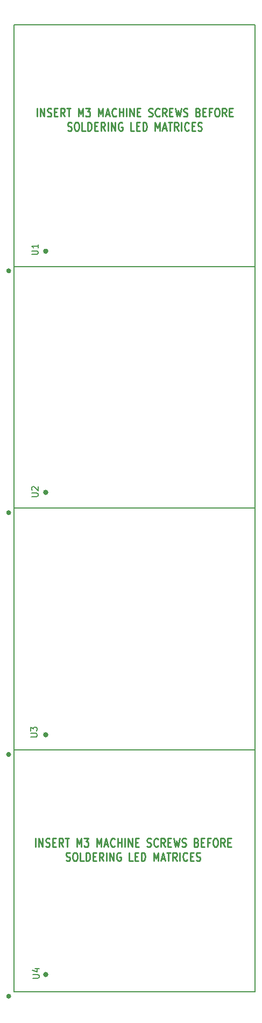
<source format=gto>
G04 #@! TF.GenerationSoftware,KiCad,Pcbnew,(5.0.0-rc2-35-gda6600525)*
G04 #@! TF.CreationDate,2018-07-07T16:30:24-07:00*
G04 #@! TF.ProjectId,ht1632c-evaluation,687431363332632D6576616C75617469,rev?*
G04 #@! TF.SameCoordinates,Original*
G04 #@! TF.FileFunction,Legend,Top*
G04 #@! TF.FilePolarity,Positive*
%FSLAX46Y46*%
G04 Gerber Fmt 4.6, Leading zero omitted, Abs format (unit mm)*
G04 Created by KiCad (PCBNEW (5.0.0-rc2-35-gda6600525)) date 07/07/18 16:30:24*
%MOMM*%
%LPD*%
G01*
G04 APERTURE LIST*
%ADD10C,0.400000*%
%ADD11C,0.275000*%
%ADD12C,0.150000*%
G04 APERTURE END LIST*
D10*
X50200000Y-172200000D02*
G75*
G03X50200000Y-172200000I-200000J0D01*
G01*
X50200000Y-134500000D02*
G75*
G03X50200000Y-134500000I-200000J0D01*
G01*
X50200000Y-96400000D02*
G75*
G03X50200000Y-96400000I-200000J0D01*
G01*
X50200000Y-58500000D02*
G75*
G03X50200000Y-58500000I-200000J0D01*
G01*
D11*
X48636190Y-37335595D02*
X48636190Y-36035595D01*
X49160000Y-37335595D02*
X49160000Y-36035595D01*
X49788571Y-37335595D01*
X49788571Y-36035595D01*
X50260000Y-37273690D02*
X50417142Y-37335595D01*
X50679047Y-37335595D01*
X50783809Y-37273690D01*
X50836190Y-37211785D01*
X50888571Y-37087976D01*
X50888571Y-36964166D01*
X50836190Y-36840357D01*
X50783809Y-36778452D01*
X50679047Y-36716547D01*
X50469523Y-36654642D01*
X50364761Y-36592738D01*
X50312380Y-36530833D01*
X50260000Y-36407023D01*
X50260000Y-36283214D01*
X50312380Y-36159404D01*
X50364761Y-36097500D01*
X50469523Y-36035595D01*
X50731428Y-36035595D01*
X50888571Y-36097500D01*
X51360000Y-36654642D02*
X51726666Y-36654642D01*
X51883809Y-37335595D02*
X51360000Y-37335595D01*
X51360000Y-36035595D01*
X51883809Y-36035595D01*
X52983809Y-37335595D02*
X52617142Y-36716547D01*
X52355238Y-37335595D02*
X52355238Y-36035595D01*
X52774285Y-36035595D01*
X52879047Y-36097500D01*
X52931428Y-36159404D01*
X52983809Y-36283214D01*
X52983809Y-36468928D01*
X52931428Y-36592738D01*
X52879047Y-36654642D01*
X52774285Y-36716547D01*
X52355238Y-36716547D01*
X53298095Y-36035595D02*
X53926666Y-36035595D01*
X53612380Y-37335595D02*
X53612380Y-36035595D01*
X55131428Y-37335595D02*
X55131428Y-36035595D01*
X55498095Y-36964166D01*
X55864761Y-36035595D01*
X55864761Y-37335595D01*
X56283809Y-36035595D02*
X56964761Y-36035595D01*
X56598095Y-36530833D01*
X56755238Y-36530833D01*
X56860000Y-36592738D01*
X56912380Y-36654642D01*
X56964761Y-36778452D01*
X56964761Y-37087976D01*
X56912380Y-37211785D01*
X56860000Y-37273690D01*
X56755238Y-37335595D01*
X56440952Y-37335595D01*
X56336190Y-37273690D01*
X56283809Y-37211785D01*
X58274285Y-37335595D02*
X58274285Y-36035595D01*
X58640952Y-36964166D01*
X59007619Y-36035595D01*
X59007619Y-37335595D01*
X59479047Y-36964166D02*
X60002857Y-36964166D01*
X59374285Y-37335595D02*
X59740952Y-36035595D01*
X60107619Y-37335595D01*
X61102857Y-37211785D02*
X61050476Y-37273690D01*
X60893333Y-37335595D01*
X60788571Y-37335595D01*
X60631428Y-37273690D01*
X60526666Y-37149880D01*
X60474285Y-37026071D01*
X60421904Y-36778452D01*
X60421904Y-36592738D01*
X60474285Y-36345119D01*
X60526666Y-36221309D01*
X60631428Y-36097500D01*
X60788571Y-36035595D01*
X60893333Y-36035595D01*
X61050476Y-36097500D01*
X61102857Y-36159404D01*
X61574285Y-37335595D02*
X61574285Y-36035595D01*
X61574285Y-36654642D02*
X62202857Y-36654642D01*
X62202857Y-37335595D02*
X62202857Y-36035595D01*
X62726666Y-37335595D02*
X62726666Y-36035595D01*
X63250476Y-37335595D02*
X63250476Y-36035595D01*
X63879047Y-37335595D01*
X63879047Y-36035595D01*
X64402857Y-36654642D02*
X64769523Y-36654642D01*
X64926666Y-37335595D02*
X64402857Y-37335595D01*
X64402857Y-36035595D01*
X64926666Y-36035595D01*
X66183809Y-37273690D02*
X66340952Y-37335595D01*
X66602857Y-37335595D01*
X66707619Y-37273690D01*
X66760000Y-37211785D01*
X66812380Y-37087976D01*
X66812380Y-36964166D01*
X66760000Y-36840357D01*
X66707619Y-36778452D01*
X66602857Y-36716547D01*
X66393333Y-36654642D01*
X66288571Y-36592738D01*
X66236190Y-36530833D01*
X66183809Y-36407023D01*
X66183809Y-36283214D01*
X66236190Y-36159404D01*
X66288571Y-36097500D01*
X66393333Y-36035595D01*
X66655238Y-36035595D01*
X66812380Y-36097500D01*
X67912380Y-37211785D02*
X67860000Y-37273690D01*
X67702857Y-37335595D01*
X67598095Y-37335595D01*
X67440952Y-37273690D01*
X67336190Y-37149880D01*
X67283809Y-37026071D01*
X67231428Y-36778452D01*
X67231428Y-36592738D01*
X67283809Y-36345119D01*
X67336190Y-36221309D01*
X67440952Y-36097500D01*
X67598095Y-36035595D01*
X67702857Y-36035595D01*
X67860000Y-36097500D01*
X67912380Y-36159404D01*
X69012380Y-37335595D02*
X68645714Y-36716547D01*
X68383809Y-37335595D02*
X68383809Y-36035595D01*
X68802857Y-36035595D01*
X68907619Y-36097500D01*
X68960000Y-36159404D01*
X69012380Y-36283214D01*
X69012380Y-36468928D01*
X68960000Y-36592738D01*
X68907619Y-36654642D01*
X68802857Y-36716547D01*
X68383809Y-36716547D01*
X69483809Y-36654642D02*
X69850476Y-36654642D01*
X70007619Y-37335595D02*
X69483809Y-37335595D01*
X69483809Y-36035595D01*
X70007619Y-36035595D01*
X70374285Y-36035595D02*
X70636190Y-37335595D01*
X70845714Y-36407023D01*
X71055238Y-37335595D01*
X71317142Y-36035595D01*
X71683809Y-37273690D02*
X71840952Y-37335595D01*
X72102857Y-37335595D01*
X72207619Y-37273690D01*
X72260000Y-37211785D01*
X72312380Y-37087976D01*
X72312380Y-36964166D01*
X72260000Y-36840357D01*
X72207619Y-36778452D01*
X72102857Y-36716547D01*
X71893333Y-36654642D01*
X71788571Y-36592738D01*
X71736190Y-36530833D01*
X71683809Y-36407023D01*
X71683809Y-36283214D01*
X71736190Y-36159404D01*
X71788571Y-36097500D01*
X71893333Y-36035595D01*
X72155238Y-36035595D01*
X72312380Y-36097500D01*
X73988571Y-36654642D02*
X74145714Y-36716547D01*
X74198095Y-36778452D01*
X74250476Y-36902261D01*
X74250476Y-37087976D01*
X74198095Y-37211785D01*
X74145714Y-37273690D01*
X74040952Y-37335595D01*
X73621904Y-37335595D01*
X73621904Y-36035595D01*
X73988571Y-36035595D01*
X74093333Y-36097500D01*
X74145714Y-36159404D01*
X74198095Y-36283214D01*
X74198095Y-36407023D01*
X74145714Y-36530833D01*
X74093333Y-36592738D01*
X73988571Y-36654642D01*
X73621904Y-36654642D01*
X74721904Y-36654642D02*
X75088571Y-36654642D01*
X75245714Y-37335595D02*
X74721904Y-37335595D01*
X74721904Y-36035595D01*
X75245714Y-36035595D01*
X76083809Y-36654642D02*
X75717142Y-36654642D01*
X75717142Y-37335595D02*
X75717142Y-36035595D01*
X76240952Y-36035595D01*
X76869523Y-36035595D02*
X77079047Y-36035595D01*
X77183809Y-36097500D01*
X77288571Y-36221309D01*
X77340952Y-36468928D01*
X77340952Y-36902261D01*
X77288571Y-37149880D01*
X77183809Y-37273690D01*
X77079047Y-37335595D01*
X76869523Y-37335595D01*
X76764761Y-37273690D01*
X76660000Y-37149880D01*
X76607619Y-36902261D01*
X76607619Y-36468928D01*
X76660000Y-36221309D01*
X76764761Y-36097500D01*
X76869523Y-36035595D01*
X78440952Y-37335595D02*
X78074285Y-36716547D01*
X77812380Y-37335595D02*
X77812380Y-36035595D01*
X78231428Y-36035595D01*
X78336190Y-36097500D01*
X78388571Y-36159404D01*
X78440952Y-36283214D01*
X78440952Y-36468928D01*
X78388571Y-36592738D01*
X78336190Y-36654642D01*
X78231428Y-36716547D01*
X77812380Y-36716547D01*
X78912380Y-36654642D02*
X79279047Y-36654642D01*
X79436190Y-37335595D02*
X78912380Y-37335595D01*
X78912380Y-36035595D01*
X79436190Y-36035595D01*
X53455238Y-39498690D02*
X53612380Y-39560595D01*
X53874285Y-39560595D01*
X53979047Y-39498690D01*
X54031428Y-39436785D01*
X54083809Y-39312976D01*
X54083809Y-39189166D01*
X54031428Y-39065357D01*
X53979047Y-39003452D01*
X53874285Y-38941547D01*
X53664761Y-38879642D01*
X53560000Y-38817738D01*
X53507619Y-38755833D01*
X53455238Y-38632023D01*
X53455238Y-38508214D01*
X53507619Y-38384404D01*
X53560000Y-38322500D01*
X53664761Y-38260595D01*
X53926666Y-38260595D01*
X54083809Y-38322500D01*
X54764761Y-38260595D02*
X54974285Y-38260595D01*
X55079047Y-38322500D01*
X55183809Y-38446309D01*
X55236190Y-38693928D01*
X55236190Y-39127261D01*
X55183809Y-39374880D01*
X55079047Y-39498690D01*
X54974285Y-39560595D01*
X54764761Y-39560595D01*
X54660000Y-39498690D01*
X54555238Y-39374880D01*
X54502857Y-39127261D01*
X54502857Y-38693928D01*
X54555238Y-38446309D01*
X54660000Y-38322500D01*
X54764761Y-38260595D01*
X56231428Y-39560595D02*
X55707619Y-39560595D01*
X55707619Y-38260595D01*
X56598095Y-39560595D02*
X56598095Y-38260595D01*
X56860000Y-38260595D01*
X57017142Y-38322500D01*
X57121904Y-38446309D01*
X57174285Y-38570119D01*
X57226666Y-38817738D01*
X57226666Y-39003452D01*
X57174285Y-39251071D01*
X57121904Y-39374880D01*
X57017142Y-39498690D01*
X56860000Y-39560595D01*
X56598095Y-39560595D01*
X57698095Y-38879642D02*
X58064761Y-38879642D01*
X58221904Y-39560595D02*
X57698095Y-39560595D01*
X57698095Y-38260595D01*
X58221904Y-38260595D01*
X59321904Y-39560595D02*
X58955238Y-38941547D01*
X58693333Y-39560595D02*
X58693333Y-38260595D01*
X59112380Y-38260595D01*
X59217142Y-38322500D01*
X59269523Y-38384404D01*
X59321904Y-38508214D01*
X59321904Y-38693928D01*
X59269523Y-38817738D01*
X59217142Y-38879642D01*
X59112380Y-38941547D01*
X58693333Y-38941547D01*
X59793333Y-39560595D02*
X59793333Y-38260595D01*
X60317142Y-39560595D02*
X60317142Y-38260595D01*
X60945714Y-39560595D01*
X60945714Y-38260595D01*
X62045714Y-38322500D02*
X61940952Y-38260595D01*
X61783809Y-38260595D01*
X61626666Y-38322500D01*
X61521904Y-38446309D01*
X61469523Y-38570119D01*
X61417142Y-38817738D01*
X61417142Y-39003452D01*
X61469523Y-39251071D01*
X61521904Y-39374880D01*
X61626666Y-39498690D01*
X61783809Y-39560595D01*
X61888571Y-39560595D01*
X62045714Y-39498690D01*
X62098095Y-39436785D01*
X62098095Y-39003452D01*
X61888571Y-39003452D01*
X63931428Y-39560595D02*
X63407619Y-39560595D01*
X63407619Y-38260595D01*
X64298095Y-38879642D02*
X64664761Y-38879642D01*
X64821904Y-39560595D02*
X64298095Y-39560595D01*
X64298095Y-38260595D01*
X64821904Y-38260595D01*
X65293333Y-39560595D02*
X65293333Y-38260595D01*
X65555238Y-38260595D01*
X65712380Y-38322500D01*
X65817142Y-38446309D01*
X65869523Y-38570119D01*
X65921904Y-38817738D01*
X65921904Y-39003452D01*
X65869523Y-39251071D01*
X65817142Y-39374880D01*
X65712380Y-39498690D01*
X65555238Y-39560595D01*
X65293333Y-39560595D01*
X67231428Y-39560595D02*
X67231428Y-38260595D01*
X67598095Y-39189166D01*
X67964761Y-38260595D01*
X67964761Y-39560595D01*
X68436190Y-39189166D02*
X68960000Y-39189166D01*
X68331428Y-39560595D02*
X68698095Y-38260595D01*
X69064761Y-39560595D01*
X69274285Y-38260595D02*
X69902857Y-38260595D01*
X69588571Y-39560595D02*
X69588571Y-38260595D01*
X70898095Y-39560595D02*
X70531428Y-38941547D01*
X70269523Y-39560595D02*
X70269523Y-38260595D01*
X70688571Y-38260595D01*
X70793333Y-38322500D01*
X70845714Y-38384404D01*
X70898095Y-38508214D01*
X70898095Y-38693928D01*
X70845714Y-38817738D01*
X70793333Y-38879642D01*
X70688571Y-38941547D01*
X70269523Y-38941547D01*
X71369523Y-39560595D02*
X71369523Y-38260595D01*
X72521904Y-39436785D02*
X72469523Y-39498690D01*
X72312380Y-39560595D01*
X72207619Y-39560595D01*
X72050476Y-39498690D01*
X71945714Y-39374880D01*
X71893333Y-39251071D01*
X71840952Y-39003452D01*
X71840952Y-38817738D01*
X71893333Y-38570119D01*
X71945714Y-38446309D01*
X72050476Y-38322500D01*
X72207619Y-38260595D01*
X72312380Y-38260595D01*
X72469523Y-38322500D01*
X72521904Y-38384404D01*
X72993333Y-38879642D02*
X73360000Y-38879642D01*
X73517142Y-39560595D02*
X72993333Y-39560595D01*
X72993333Y-38260595D01*
X73517142Y-38260595D01*
X73936190Y-39498690D02*
X74093333Y-39560595D01*
X74355238Y-39560595D01*
X74460000Y-39498690D01*
X74512380Y-39436785D01*
X74564761Y-39312976D01*
X74564761Y-39189166D01*
X74512380Y-39065357D01*
X74460000Y-39003452D01*
X74355238Y-38941547D01*
X74145714Y-38879642D01*
X74040952Y-38817738D01*
X73988571Y-38755833D01*
X73936190Y-38632023D01*
X73936190Y-38508214D01*
X73988571Y-38384404D01*
X74040952Y-38322500D01*
X74145714Y-38260595D01*
X74407619Y-38260595D01*
X74564761Y-38322500D01*
X48386190Y-152095595D02*
X48386190Y-150795595D01*
X48910000Y-152095595D02*
X48910000Y-150795595D01*
X49538571Y-152095595D01*
X49538571Y-150795595D01*
X50010000Y-152033690D02*
X50167142Y-152095595D01*
X50429047Y-152095595D01*
X50533809Y-152033690D01*
X50586190Y-151971785D01*
X50638571Y-151847976D01*
X50638571Y-151724166D01*
X50586190Y-151600357D01*
X50533809Y-151538452D01*
X50429047Y-151476547D01*
X50219523Y-151414642D01*
X50114761Y-151352738D01*
X50062380Y-151290833D01*
X50010000Y-151167023D01*
X50010000Y-151043214D01*
X50062380Y-150919404D01*
X50114761Y-150857500D01*
X50219523Y-150795595D01*
X50481428Y-150795595D01*
X50638571Y-150857500D01*
X51110000Y-151414642D02*
X51476666Y-151414642D01*
X51633809Y-152095595D02*
X51110000Y-152095595D01*
X51110000Y-150795595D01*
X51633809Y-150795595D01*
X52733809Y-152095595D02*
X52367142Y-151476547D01*
X52105238Y-152095595D02*
X52105238Y-150795595D01*
X52524285Y-150795595D01*
X52629047Y-150857500D01*
X52681428Y-150919404D01*
X52733809Y-151043214D01*
X52733809Y-151228928D01*
X52681428Y-151352738D01*
X52629047Y-151414642D01*
X52524285Y-151476547D01*
X52105238Y-151476547D01*
X53048095Y-150795595D02*
X53676666Y-150795595D01*
X53362380Y-152095595D02*
X53362380Y-150795595D01*
X54881428Y-152095595D02*
X54881428Y-150795595D01*
X55248095Y-151724166D01*
X55614761Y-150795595D01*
X55614761Y-152095595D01*
X56033809Y-150795595D02*
X56714761Y-150795595D01*
X56348095Y-151290833D01*
X56505238Y-151290833D01*
X56610000Y-151352738D01*
X56662380Y-151414642D01*
X56714761Y-151538452D01*
X56714761Y-151847976D01*
X56662380Y-151971785D01*
X56610000Y-152033690D01*
X56505238Y-152095595D01*
X56190952Y-152095595D01*
X56086190Y-152033690D01*
X56033809Y-151971785D01*
X58024285Y-152095595D02*
X58024285Y-150795595D01*
X58390952Y-151724166D01*
X58757619Y-150795595D01*
X58757619Y-152095595D01*
X59229047Y-151724166D02*
X59752857Y-151724166D01*
X59124285Y-152095595D02*
X59490952Y-150795595D01*
X59857619Y-152095595D01*
X60852857Y-151971785D02*
X60800476Y-152033690D01*
X60643333Y-152095595D01*
X60538571Y-152095595D01*
X60381428Y-152033690D01*
X60276666Y-151909880D01*
X60224285Y-151786071D01*
X60171904Y-151538452D01*
X60171904Y-151352738D01*
X60224285Y-151105119D01*
X60276666Y-150981309D01*
X60381428Y-150857500D01*
X60538571Y-150795595D01*
X60643333Y-150795595D01*
X60800476Y-150857500D01*
X60852857Y-150919404D01*
X61324285Y-152095595D02*
X61324285Y-150795595D01*
X61324285Y-151414642D02*
X61952857Y-151414642D01*
X61952857Y-152095595D02*
X61952857Y-150795595D01*
X62476666Y-152095595D02*
X62476666Y-150795595D01*
X63000476Y-152095595D02*
X63000476Y-150795595D01*
X63629047Y-152095595D01*
X63629047Y-150795595D01*
X64152857Y-151414642D02*
X64519523Y-151414642D01*
X64676666Y-152095595D02*
X64152857Y-152095595D01*
X64152857Y-150795595D01*
X64676666Y-150795595D01*
X65933809Y-152033690D02*
X66090952Y-152095595D01*
X66352857Y-152095595D01*
X66457619Y-152033690D01*
X66510000Y-151971785D01*
X66562380Y-151847976D01*
X66562380Y-151724166D01*
X66510000Y-151600357D01*
X66457619Y-151538452D01*
X66352857Y-151476547D01*
X66143333Y-151414642D01*
X66038571Y-151352738D01*
X65986190Y-151290833D01*
X65933809Y-151167023D01*
X65933809Y-151043214D01*
X65986190Y-150919404D01*
X66038571Y-150857500D01*
X66143333Y-150795595D01*
X66405238Y-150795595D01*
X66562380Y-150857500D01*
X67662380Y-151971785D02*
X67610000Y-152033690D01*
X67452857Y-152095595D01*
X67348095Y-152095595D01*
X67190952Y-152033690D01*
X67086190Y-151909880D01*
X67033809Y-151786071D01*
X66981428Y-151538452D01*
X66981428Y-151352738D01*
X67033809Y-151105119D01*
X67086190Y-150981309D01*
X67190952Y-150857500D01*
X67348095Y-150795595D01*
X67452857Y-150795595D01*
X67610000Y-150857500D01*
X67662380Y-150919404D01*
X68762380Y-152095595D02*
X68395714Y-151476547D01*
X68133809Y-152095595D02*
X68133809Y-150795595D01*
X68552857Y-150795595D01*
X68657619Y-150857500D01*
X68710000Y-150919404D01*
X68762380Y-151043214D01*
X68762380Y-151228928D01*
X68710000Y-151352738D01*
X68657619Y-151414642D01*
X68552857Y-151476547D01*
X68133809Y-151476547D01*
X69233809Y-151414642D02*
X69600476Y-151414642D01*
X69757619Y-152095595D02*
X69233809Y-152095595D01*
X69233809Y-150795595D01*
X69757619Y-150795595D01*
X70124285Y-150795595D02*
X70386190Y-152095595D01*
X70595714Y-151167023D01*
X70805238Y-152095595D01*
X71067142Y-150795595D01*
X71433809Y-152033690D02*
X71590952Y-152095595D01*
X71852857Y-152095595D01*
X71957619Y-152033690D01*
X72010000Y-151971785D01*
X72062380Y-151847976D01*
X72062380Y-151724166D01*
X72010000Y-151600357D01*
X71957619Y-151538452D01*
X71852857Y-151476547D01*
X71643333Y-151414642D01*
X71538571Y-151352738D01*
X71486190Y-151290833D01*
X71433809Y-151167023D01*
X71433809Y-151043214D01*
X71486190Y-150919404D01*
X71538571Y-150857500D01*
X71643333Y-150795595D01*
X71905238Y-150795595D01*
X72062380Y-150857500D01*
X73738571Y-151414642D02*
X73895714Y-151476547D01*
X73948095Y-151538452D01*
X74000476Y-151662261D01*
X74000476Y-151847976D01*
X73948095Y-151971785D01*
X73895714Y-152033690D01*
X73790952Y-152095595D01*
X73371904Y-152095595D01*
X73371904Y-150795595D01*
X73738571Y-150795595D01*
X73843333Y-150857500D01*
X73895714Y-150919404D01*
X73948095Y-151043214D01*
X73948095Y-151167023D01*
X73895714Y-151290833D01*
X73843333Y-151352738D01*
X73738571Y-151414642D01*
X73371904Y-151414642D01*
X74471904Y-151414642D02*
X74838571Y-151414642D01*
X74995714Y-152095595D02*
X74471904Y-152095595D01*
X74471904Y-150795595D01*
X74995714Y-150795595D01*
X75833809Y-151414642D02*
X75467142Y-151414642D01*
X75467142Y-152095595D02*
X75467142Y-150795595D01*
X75990952Y-150795595D01*
X76619523Y-150795595D02*
X76829047Y-150795595D01*
X76933809Y-150857500D01*
X77038571Y-150981309D01*
X77090952Y-151228928D01*
X77090952Y-151662261D01*
X77038571Y-151909880D01*
X76933809Y-152033690D01*
X76829047Y-152095595D01*
X76619523Y-152095595D01*
X76514761Y-152033690D01*
X76410000Y-151909880D01*
X76357619Y-151662261D01*
X76357619Y-151228928D01*
X76410000Y-150981309D01*
X76514761Y-150857500D01*
X76619523Y-150795595D01*
X78190952Y-152095595D02*
X77824285Y-151476547D01*
X77562380Y-152095595D02*
X77562380Y-150795595D01*
X77981428Y-150795595D01*
X78086190Y-150857500D01*
X78138571Y-150919404D01*
X78190952Y-151043214D01*
X78190952Y-151228928D01*
X78138571Y-151352738D01*
X78086190Y-151414642D01*
X77981428Y-151476547D01*
X77562380Y-151476547D01*
X78662380Y-151414642D02*
X79029047Y-151414642D01*
X79186190Y-152095595D02*
X78662380Y-152095595D01*
X78662380Y-150795595D01*
X79186190Y-150795595D01*
X53205238Y-154258690D02*
X53362380Y-154320595D01*
X53624285Y-154320595D01*
X53729047Y-154258690D01*
X53781428Y-154196785D01*
X53833809Y-154072976D01*
X53833809Y-153949166D01*
X53781428Y-153825357D01*
X53729047Y-153763452D01*
X53624285Y-153701547D01*
X53414761Y-153639642D01*
X53310000Y-153577738D01*
X53257619Y-153515833D01*
X53205238Y-153392023D01*
X53205238Y-153268214D01*
X53257619Y-153144404D01*
X53310000Y-153082500D01*
X53414761Y-153020595D01*
X53676666Y-153020595D01*
X53833809Y-153082500D01*
X54514761Y-153020595D02*
X54724285Y-153020595D01*
X54829047Y-153082500D01*
X54933809Y-153206309D01*
X54986190Y-153453928D01*
X54986190Y-153887261D01*
X54933809Y-154134880D01*
X54829047Y-154258690D01*
X54724285Y-154320595D01*
X54514761Y-154320595D01*
X54410000Y-154258690D01*
X54305238Y-154134880D01*
X54252857Y-153887261D01*
X54252857Y-153453928D01*
X54305238Y-153206309D01*
X54410000Y-153082500D01*
X54514761Y-153020595D01*
X55981428Y-154320595D02*
X55457619Y-154320595D01*
X55457619Y-153020595D01*
X56348095Y-154320595D02*
X56348095Y-153020595D01*
X56610000Y-153020595D01*
X56767142Y-153082500D01*
X56871904Y-153206309D01*
X56924285Y-153330119D01*
X56976666Y-153577738D01*
X56976666Y-153763452D01*
X56924285Y-154011071D01*
X56871904Y-154134880D01*
X56767142Y-154258690D01*
X56610000Y-154320595D01*
X56348095Y-154320595D01*
X57448095Y-153639642D02*
X57814761Y-153639642D01*
X57971904Y-154320595D02*
X57448095Y-154320595D01*
X57448095Y-153020595D01*
X57971904Y-153020595D01*
X59071904Y-154320595D02*
X58705238Y-153701547D01*
X58443333Y-154320595D02*
X58443333Y-153020595D01*
X58862380Y-153020595D01*
X58967142Y-153082500D01*
X59019523Y-153144404D01*
X59071904Y-153268214D01*
X59071904Y-153453928D01*
X59019523Y-153577738D01*
X58967142Y-153639642D01*
X58862380Y-153701547D01*
X58443333Y-153701547D01*
X59543333Y-154320595D02*
X59543333Y-153020595D01*
X60067142Y-154320595D02*
X60067142Y-153020595D01*
X60695714Y-154320595D01*
X60695714Y-153020595D01*
X61795714Y-153082500D02*
X61690952Y-153020595D01*
X61533809Y-153020595D01*
X61376666Y-153082500D01*
X61271904Y-153206309D01*
X61219523Y-153330119D01*
X61167142Y-153577738D01*
X61167142Y-153763452D01*
X61219523Y-154011071D01*
X61271904Y-154134880D01*
X61376666Y-154258690D01*
X61533809Y-154320595D01*
X61638571Y-154320595D01*
X61795714Y-154258690D01*
X61848095Y-154196785D01*
X61848095Y-153763452D01*
X61638571Y-153763452D01*
X63681428Y-154320595D02*
X63157619Y-154320595D01*
X63157619Y-153020595D01*
X64048095Y-153639642D02*
X64414761Y-153639642D01*
X64571904Y-154320595D02*
X64048095Y-154320595D01*
X64048095Y-153020595D01*
X64571904Y-153020595D01*
X65043333Y-154320595D02*
X65043333Y-153020595D01*
X65305238Y-153020595D01*
X65462380Y-153082500D01*
X65567142Y-153206309D01*
X65619523Y-153330119D01*
X65671904Y-153577738D01*
X65671904Y-153763452D01*
X65619523Y-154011071D01*
X65567142Y-154134880D01*
X65462380Y-154258690D01*
X65305238Y-154320595D01*
X65043333Y-154320595D01*
X66981428Y-154320595D02*
X66981428Y-153020595D01*
X67348095Y-153949166D01*
X67714761Y-153020595D01*
X67714761Y-154320595D01*
X68186190Y-153949166D02*
X68710000Y-153949166D01*
X68081428Y-154320595D02*
X68448095Y-153020595D01*
X68814761Y-154320595D01*
X69024285Y-153020595D02*
X69652857Y-153020595D01*
X69338571Y-154320595D02*
X69338571Y-153020595D01*
X70648095Y-154320595D02*
X70281428Y-153701547D01*
X70019523Y-154320595D02*
X70019523Y-153020595D01*
X70438571Y-153020595D01*
X70543333Y-153082500D01*
X70595714Y-153144404D01*
X70648095Y-153268214D01*
X70648095Y-153453928D01*
X70595714Y-153577738D01*
X70543333Y-153639642D01*
X70438571Y-153701547D01*
X70019523Y-153701547D01*
X71119523Y-154320595D02*
X71119523Y-153020595D01*
X72271904Y-154196785D02*
X72219523Y-154258690D01*
X72062380Y-154320595D01*
X71957619Y-154320595D01*
X71800476Y-154258690D01*
X71695714Y-154134880D01*
X71643333Y-154011071D01*
X71590952Y-153763452D01*
X71590952Y-153577738D01*
X71643333Y-153330119D01*
X71695714Y-153206309D01*
X71800476Y-153082500D01*
X71957619Y-153020595D01*
X72062380Y-153020595D01*
X72219523Y-153082500D01*
X72271904Y-153144404D01*
X72743333Y-153639642D02*
X73110000Y-153639642D01*
X73267142Y-154320595D02*
X72743333Y-154320595D01*
X72743333Y-153020595D01*
X73267142Y-153020595D01*
X73686190Y-154258690D02*
X73843333Y-154320595D01*
X74105238Y-154320595D01*
X74210000Y-154258690D01*
X74262380Y-154196785D01*
X74314761Y-154072976D01*
X74314761Y-153949166D01*
X74262380Y-153825357D01*
X74210000Y-153763452D01*
X74105238Y-153701547D01*
X73895714Y-153639642D01*
X73790952Y-153577738D01*
X73738571Y-153515833D01*
X73686190Y-153392023D01*
X73686190Y-153268214D01*
X73738571Y-153144404D01*
X73790952Y-153082500D01*
X73895714Y-153020595D01*
X74157619Y-153020595D01*
X74314761Y-153082500D01*
D12*
G04 #@! TO.C,U2*
X44970000Y-98900000D02*
X82970000Y-98900000D01*
X82970000Y-98900000D02*
X82970000Y-60900000D01*
X82970000Y-60900000D02*
X44970000Y-60900000D01*
X44970000Y-60900000D02*
X44970000Y-98900000D01*
D10*
X44350000Y-99600000D02*
G75*
G03X44350000Y-99600000I-180000J0D01*
G01*
G04 #@! TO.C,U1*
X44350000Y-61600000D02*
G75*
G03X44350000Y-61600000I-180000J0D01*
G01*
D12*
X44970000Y-22900000D02*
X44970000Y-60900000D01*
X82970000Y-22900000D02*
X44970000Y-22900000D01*
X82970000Y-60900000D02*
X82970000Y-22900000D01*
X44970000Y-60900000D02*
X82970000Y-60900000D01*
D10*
G04 #@! TO.C,U3*
X44350000Y-137600000D02*
G75*
G03X44350000Y-137600000I-180000J0D01*
G01*
D12*
X44970000Y-98900000D02*
X44970000Y-136900000D01*
X82970000Y-98900000D02*
X44970000Y-98900000D01*
X82970000Y-136900000D02*
X82970000Y-98900000D01*
X44970000Y-136900000D02*
X82970000Y-136900000D01*
G04 #@! TO.C,U4*
X44970000Y-174900000D02*
X82970000Y-174900000D01*
X82970000Y-174900000D02*
X82970000Y-136900000D01*
X82970000Y-136900000D02*
X44970000Y-136900000D01*
X44970000Y-136900000D02*
X44970000Y-174900000D01*
D10*
X44350000Y-175600000D02*
G75*
G03X44350000Y-175600000I-180000J0D01*
G01*
G04 #@! TO.C,U2*
D12*
X47782380Y-97071904D02*
X48591904Y-97071904D01*
X48687142Y-97024285D01*
X48734761Y-96976666D01*
X48782380Y-96881428D01*
X48782380Y-96690952D01*
X48734761Y-96595714D01*
X48687142Y-96548095D01*
X48591904Y-96500476D01*
X47782380Y-96500476D01*
X47877619Y-96071904D02*
X47830000Y-96024285D01*
X47782380Y-95929047D01*
X47782380Y-95690952D01*
X47830000Y-95595714D01*
X47877619Y-95548095D01*
X47972857Y-95500476D01*
X48068095Y-95500476D01*
X48210952Y-95548095D01*
X48782380Y-96119523D01*
X48782380Y-95500476D01*
G04 #@! TO.C,U1*
X47782380Y-59011904D02*
X48591904Y-59011904D01*
X48687142Y-58964285D01*
X48734761Y-58916666D01*
X48782380Y-58821428D01*
X48782380Y-58630952D01*
X48734761Y-58535714D01*
X48687142Y-58488095D01*
X48591904Y-58440476D01*
X47782380Y-58440476D01*
X48782380Y-57440476D02*
X48782380Y-58011904D01*
X48782380Y-57726190D02*
X47782380Y-57726190D01*
X47925238Y-57821428D01*
X48020476Y-57916666D01*
X48068095Y-58011904D01*
G04 #@! TO.C,U3*
X47652380Y-134861904D02*
X48461904Y-134861904D01*
X48557142Y-134814285D01*
X48604761Y-134766666D01*
X48652380Y-134671428D01*
X48652380Y-134480952D01*
X48604761Y-134385714D01*
X48557142Y-134338095D01*
X48461904Y-134290476D01*
X47652380Y-134290476D01*
X47652380Y-133909523D02*
X47652380Y-133290476D01*
X48033333Y-133623809D01*
X48033333Y-133480952D01*
X48080952Y-133385714D01*
X48128571Y-133338095D01*
X48223809Y-133290476D01*
X48461904Y-133290476D01*
X48557142Y-133338095D01*
X48604761Y-133385714D01*
X48652380Y-133480952D01*
X48652380Y-133766666D01*
X48604761Y-133861904D01*
X48557142Y-133909523D01*
G04 #@! TO.C,U4*
X47952380Y-172771904D02*
X48761904Y-172771904D01*
X48857142Y-172724285D01*
X48904761Y-172676666D01*
X48952380Y-172581428D01*
X48952380Y-172390952D01*
X48904761Y-172295714D01*
X48857142Y-172248095D01*
X48761904Y-172200476D01*
X47952380Y-172200476D01*
X48285714Y-171295714D02*
X48952380Y-171295714D01*
X47904761Y-171533809D02*
X48619047Y-171771904D01*
X48619047Y-171152857D01*
G04 #@! TD*
M02*

</source>
